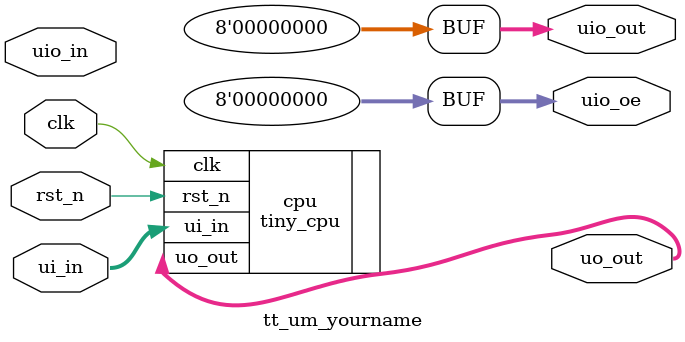
<source format=v>
module tt_um_yourname (
    input  wire [7:0] ui_in,
    output wire [7:0] uo_out,
    input  wire [7:0] uio_in,
    output wire [7:0] uio_out,
    output wire [7:0] uio_oe,
    input  wire clk,
    input  wire rst_n
);

    // We don't use the bidirectional pins
    assign uio_out = 8'd0;
    assign uio_oe  = 8'd0;

    tiny_cpu cpu (
        .clk(clk),
        .rst_n(rst_n),
        .ui_in(ui_in),
        .uo_out(uo_out)
    );

endmodule

</source>
